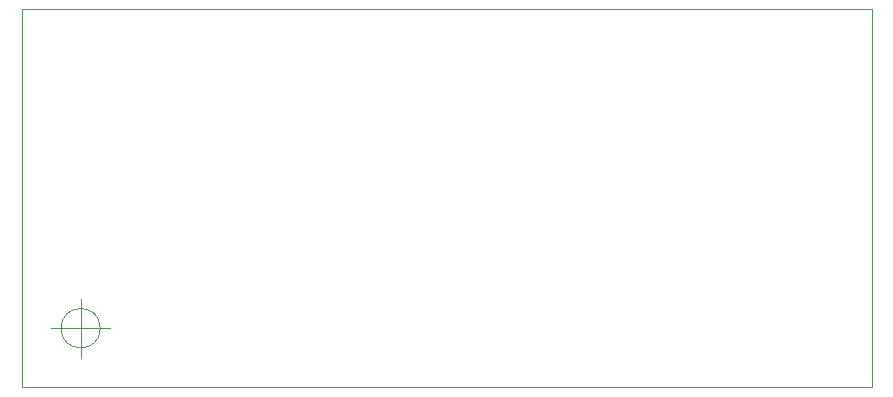
<source format=gbr>
%TF.GenerationSoftware,KiCad,Pcbnew,5.1.10-88a1d61d58~90~ubuntu20.04.1*%
%TF.CreationDate,2022-03-31T22:16:58+01:00*%
%TF.ProjectId,piezo_amplifier,7069657a-6f5f-4616-9d70-6c6966696572,rev?*%
%TF.SameCoordinates,Original*%
%TF.FileFunction,Profile,NP*%
%FSLAX46Y46*%
G04 Gerber Fmt 4.6, Leading zero omitted, Abs format (unit mm)*
G04 Created by KiCad (PCBNEW 5.1.10-88a1d61d58~90~ubuntu20.04.1) date 2022-03-31 22:16:58*
%MOMM*%
%LPD*%
G01*
G04 APERTURE LIST*
%TA.AperFunction,Profile*%
%ADD10C,0.050000*%
%TD*%
G04 APERTURE END LIST*
D10*
X72666666Y-129000000D02*
G75*
G03*
X72666666Y-129000000I-1666666J0D01*
G01*
X68500000Y-129000000D02*
X73500000Y-129000000D01*
X71000000Y-126500000D02*
X71000000Y-131500000D01*
X66000000Y-102000000D02*
X66000000Y-103000000D01*
X66000000Y-102000000D02*
X67000000Y-102000000D01*
X66000000Y-134000000D02*
X66000000Y-103000000D01*
X138000000Y-134000000D02*
X66000000Y-134000000D01*
X138000000Y-102000000D02*
X138000000Y-134000000D01*
X67000000Y-102000000D02*
X138000000Y-102000000D01*
M02*

</source>
